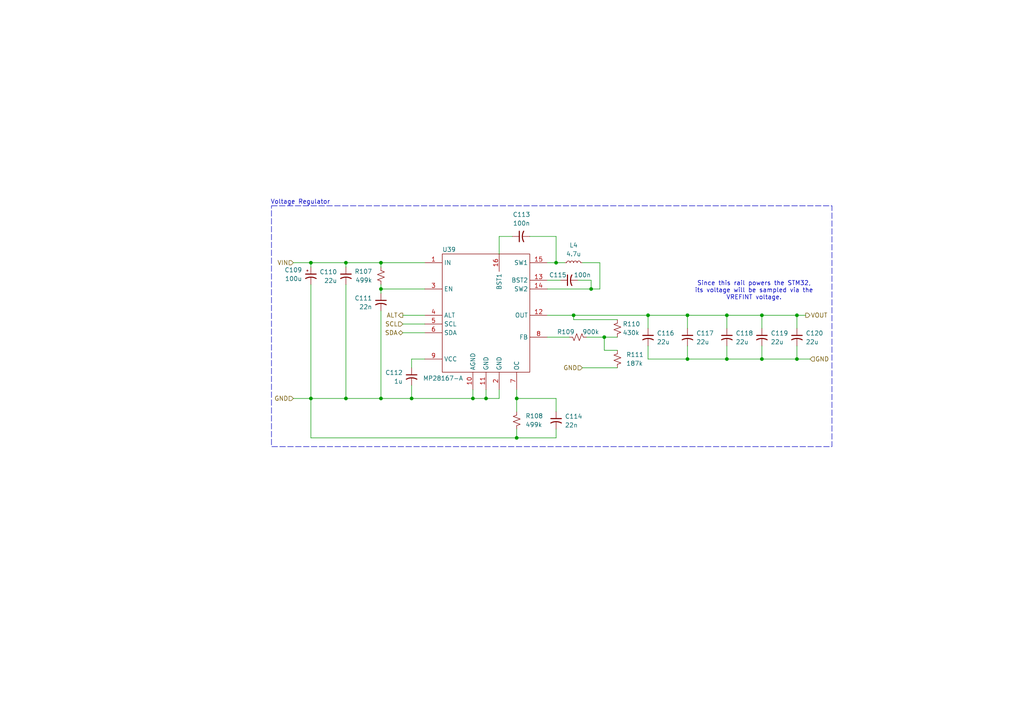
<source format=kicad_sch>
(kicad_sch (version 20250114) (generator "eeschema") (generator_version "9.0")
  (paper "A4")
  (title_block (title "OSUSat CubeSat EPS") (date "2025-08-22") (rev "1") (company "SCRT"))
  (lib_symbols
    (symbol "Device:C_Polarized_Small_US" (pin_numbers (hide yes)) (pin_names (offset 0.254) (hide yes))
      (property "Reference" "C" (at 0.254 1.778 0))
      (property "Value" "C_Polarized_Small_US" (at 0.254 -2.032 0))
      (symbol "C_Polarized_Small_US_0_1"
        (polyline (pts (xy -1.524 0.508) (xy 1.524 0.508)) (stroke (width 0.3048)))
        (polyline (pts (xy -1.27 1.524) (xy -0.762 1.524)))
        (polyline (pts (xy -1.016 1.27) (xy -1.016 1.778)))
        (arc (start -1.524 -0.762) (mid 0 -0.3734) (end 1.524 -0.762) (stroke (width 0.3048)))
      )
      (symbol "C_Polarized_Small_US_1_1"
        (pin passive line (at 0 2.54 270) (length 2.032) (name "~") (number "1"))
        (pin passive line (at 0 -2.54 90) (length 2.032) (name "~") (number "2"))
      )
    )
    (symbol "Device:C_Small_US" (pin_numbers (hide yes)) (pin_names (offset 0.254) (hide yes))
      (property "Reference" "C" (at 0.254 1.778 0))
      (property "Value" "C_Small_US" (at 0.254 -2.032 0))
      (symbol "C_Small_US_0_1"
        (polyline (pts (xy -1.524 0.508) (xy 1.524 0.508)) (stroke (width 0.3048)))
        (arc (start -1.524 -0.762) (mid 0 -0.3734) (end 1.524 -0.762) (stroke (width 0.3048)))
      )
      (symbol "C_Small_US_1_1"
        (pin passive line (at 0 2.54 270) (length 2.032) (name "~") (number "1"))
        (pin passive line (at 0 -2.54 90) (length 2.032) (name "~") (number "2"))
      )
    )
    (symbol "Device:L_Small" (pin_numbers (hide yes)) (pin_names (offset 0.254) (hide yes))
      (property "Reference" "L" (at 0.762 1.016 0))
      (property "Value" "L_Small" (at 0.762 -1.016 0))
      (symbol "L_Small_0_1"
        (arc (start 0 2.032) (mid 0.5058 1.524) (end 0 1.016))
        (arc (start 0 1.016) (mid 0.5058 0.508) (end 0 0))
        (arc (start 0 0) (mid 0.5058 -0.508) (end 0 -1.016))
        (arc (start 0 -1.016) (mid 0.5058 -1.524) (end 0 -2.032))
      )
      (symbol "L_Small_1_1"
        (pin passive line (at 0 2.54 270) (length 0.508) (name "~") (number "1"))
        (pin passive line (at 0 -2.54 90) (length 0.508) (name "~") (number "2"))
      )
    )
    (symbol "Device:R_Small_US" (pin_numbers (hide yes)) (pin_names (offset 0.254) (hide yes))
      (property "Reference" "R" (at 0.762 0.508 0))
      (property "Value" "R_Small_US" (at 0.762 -1.016 0))
      (symbol "R_Small_US_1_1"
        (polyline (pts (xy 0 1.524) (xy 1.016 1.143) (xy 0 0.762) (xy -1.016 0.381) (xy 0 0)))
        (polyline (pts (xy 0 0) (xy 1.016 -0.381) (xy 0 -0.762) (xy -1.016 -1.143) (xy 0 -1.524)))
        (pin passive line (at 0 2.54 270) (length 1.016) (name "~") (number "1"))
        (pin passive line (at 0 -2.54 90) (length 1.016) (name "~") (number "2"))
      )
    )
    (symbol "EPS:MP28167-A"
      (property "Reference" "U" (at -12.446 19.05 0))
      (property "Value" "MP28167-A" (at -13.462 -18.542 0))
      (symbol "MP28167-A_0_1"
        (rectangle (start -12.7 17.78) (end 12.7 -16.51))
      )
      (symbol "MP28167-A_1_1"
        (pin power_in line (at -17.78 15.24 0) (length 5.08) (name "IN") (number "1"))
        (pin input line (at -17.78 7.62 0) (length 5.08) (name "EN") (number "3"))
        (pin output line (at -17.78 0 0) (length 5.08) (name "ALT") (number "4"))
        (pin input line (at -17.78 -2.54 0) (length 5.08) (name "SCL") (number "5"))
        (pin bidirectional line (at -17.78 -5.08 0) (length 5.08) (name "SDA") (number "6"))
        (pin power_out line (at -17.78 -12.7 0) (length 5.08) (name "VCC") (number "9"))
        (pin power_in line (at -3.81 -21.59 90) (length 5.08) (name "AGND") (number "10"))
        (pin power_in line (at 0 -21.59 90) (length 5.08) (name "GND") (number "11"))
        (pin passive line (at 3.81 17.78 270) (length 5.08) (name "BST1") (number "16"))
        (pin power_in line (at 3.81 -21.59 90) (length 5.08) (name "GND") (number "2"))
        (pin input line (at 8.89 -21.59 90) (length 5.08) (name "OC") (number "7"))
        (pin passive line (at 17.78 15.24 180) (length 5.08) (name "SW1") (number "15"))
        (pin passive line (at 17.78 10.16 180) (length 5.08) (name "BST2") (number "13"))
        (pin passive line (at 17.78 7.62 180) (length 5.08) (name "SW2") (number "14"))
        (pin power_out line (at 17.78 0 180) (length 5.08) (name "OUT") (number "12"))
        (pin input line (at 17.78 -6.35 180) (length 5.08) (name "FB") (number "8"))
      )
    )
  )
  (rectangle (start 78.74 59.69) (end 241.3 129.54) (stroke (width 0) (type dash)))
  (text "Since this rail powers the STM32,\nits voltage will be sampled via the\nVREFINT voltage." (at 218.694 84.328 0) (effects (font (size 1.27 1.27))))
  (text "Voltage Regulator" (at 87.122 58.674 0) (effects (font (size 1.27 1.27))))
  (junction (at 171.45 83.82))
  (junction (at 149.86 127))
  (junction (at 161.29 76.2))
  (junction (at 137.16 115.57))
  (junction (at 210.82 91.44))
  (junction (at 149.86 115.57))
  (junction (at 166.37 91.44))
  (junction (at 119.38 115.57))
  (junction (at 231.14 91.44))
  (junction (at 110.49 83.82))
  (junction (at 140.97 115.57))
  (junction (at 110.49 76.2))
  (junction (at 220.98 91.44))
  (junction (at 187.96 91.44))
  (junction (at 90.17 115.57))
  (junction (at 210.82 104.14))
  (junction (at 90.17 76.2))
  (junction (at 175.26 97.79))
  (junction (at 199.39 104.14))
  (junction (at 110.49 115.57))
  (junction (at 100.33 115.57))
  (junction (at 231.14 104.14))
  (junction (at 100.33 76.2))
  (junction (at 220.98 104.14))
  (junction (at 199.39 91.44))
  (wire (pts (xy 158.75 81.28) (xy 162.56 81.28)))
  (wire (pts (xy 90.17 115.57) (xy 90.17 127)))
  (wire (pts (xy 220.98 91.44) (xy 220.98 95.25)))
  (wire (pts (xy 167.64 81.28) (xy 171.45 81.28)))
  (wire (pts (xy 110.49 83.82) (xy 110.49 85.09)))
  (wire (pts (xy 100.33 82.55) (xy 100.33 115.57)))
  (wire (pts (xy 137.16 113.03) (xy 137.16 115.57)))
  (wire (pts (xy 187.96 100.33) (xy 187.96 104.14)))
  (wire (pts (xy 110.49 83.82) (xy 123.19 83.82)))
  (wire (pts (xy 187.96 91.44) (xy 187.96 95.25)))
  (wire (pts (xy 158.75 91.44) (xy 166.37 91.44)))
  (wire (pts (xy 140.97 113.03) (xy 140.97 115.57)))
  (wire (pts (xy 158.75 76.2) (xy 161.29 76.2)))
  (wire (pts (xy 220.98 100.33) (xy 220.98 104.14)))
  (wire (pts (xy 90.17 76.2) (xy 90.17 77.47)))
  (wire (pts (xy 149.86 127) (xy 161.29 127)))
  (wire (pts (xy 199.39 104.14) (xy 210.82 104.14)))
  (wire (pts (xy 166.37 91.44) (xy 166.37 92.71)))
  (wire (pts (xy 166.37 91.44) (xy 187.96 91.44)))
  (wire (pts (xy 161.29 124.46) (xy 161.29 127)))
  (wire (pts (xy 119.38 115.57) (xy 137.16 115.57)))
  (wire (pts (xy 144.78 68.58) (xy 148.59 68.58)))
  (wire (pts (xy 149.86 124.46) (xy 149.86 127)))
  (wire (pts (xy 153.67 68.58) (xy 161.29 68.58)))
  (wire (pts (xy 119.38 104.14) (xy 123.19 104.14)))
  (wire (pts (xy 161.29 115.57) (xy 161.29 119.38)))
  (wire (pts (xy 231.14 104.14) (xy 234.95 104.14)))
  (wire (pts (xy 144.78 73.66) (xy 144.78 68.58)))
  (wire (pts (xy 166.37 92.71) (xy 179.07 92.71)))
  (wire (pts (xy 110.49 115.57) (xy 100.33 115.57)))
  (wire (pts (xy 170.18 97.79) (xy 175.26 97.79)))
  (wire (pts (xy 110.49 76.2) (xy 123.19 76.2)))
  (wire (pts (xy 110.49 115.57) (xy 119.38 115.57)))
  (wire (pts (xy 210.82 100.33) (xy 210.82 104.14)))
  (wire (pts (xy 175.26 101.6) (xy 179.07 101.6)))
  (wire (pts (xy 110.49 76.2) (xy 110.49 77.47)))
  (wire (pts (xy 116.84 96.52) (xy 123.19 96.52)))
  (wire (pts (xy 149.86 113.03) (xy 149.86 115.57)))
  (wire (pts (xy 90.17 76.2) (xy 100.33 76.2)))
  (wire (pts (xy 119.38 106.68) (xy 119.38 104.14)))
  (wire (pts (xy 168.91 106.68) (xy 179.07 106.68)))
  (wire (pts (xy 116.84 91.44) (xy 123.19 91.44)))
  (wire (pts (xy 175.26 97.79) (xy 179.07 97.79)))
  (wire (pts (xy 100.33 76.2) (xy 100.33 77.47)))
  (wire (pts (xy 187.96 104.14) (xy 199.39 104.14)))
  (wire (pts (xy 144.78 113.03) (xy 144.78 115.57)))
  (wire (pts (xy 158.75 83.82) (xy 171.45 83.82)))
  (wire (pts (xy 110.49 82.55) (xy 110.49 83.82)))
  (wire (pts (xy 210.82 104.14) (xy 220.98 104.14)))
  (wire (pts (xy 100.33 115.57) (xy 90.17 115.57)))
  (wire (pts (xy 85.09 76.2) (xy 90.17 76.2)))
  (wire (pts (xy 171.45 81.28) (xy 171.45 83.82)))
  (wire (pts (xy 161.29 68.58) (xy 161.29 76.2)))
  (wire (pts (xy 199.39 91.44) (xy 210.82 91.44)))
  (wire (pts (xy 144.78 115.57) (xy 140.97 115.57)))
  (wire (pts (xy 199.39 91.44) (xy 199.39 95.25)))
  (wire (pts (xy 110.49 90.17) (xy 110.49 115.57)))
  (wire (pts (xy 231.14 100.33) (xy 231.14 104.14)))
  (wire (pts (xy 173.99 76.2) (xy 173.99 83.82)))
  (wire (pts (xy 119.38 111.76) (xy 119.38 115.57)))
  (wire (pts (xy 199.39 100.33) (xy 199.39 104.14)))
  (wire (pts (xy 161.29 76.2) (xy 163.83 76.2)))
  (wire (pts (xy 220.98 91.44) (xy 231.14 91.44)))
  (wire (pts (xy 149.86 115.57) (xy 149.86 119.38)))
  (wire (pts (xy 175.26 97.79) (xy 175.26 101.6)))
  (wire (pts (xy 149.86 127) (xy 90.17 127)))
  (wire (pts (xy 116.84 93.98) (xy 123.19 93.98)))
  (wire (pts (xy 149.86 115.57) (xy 161.29 115.57)))
  (wire (pts (xy 231.14 95.25) (xy 231.14 91.44)))
  (wire (pts (xy 210.82 91.44) (xy 210.82 95.25)))
  (wire (pts (xy 220.98 104.14) (xy 231.14 104.14)))
  (wire (pts (xy 187.96 91.44) (xy 199.39 91.44)))
  (wire (pts (xy 210.82 91.44) (xy 220.98 91.44)))
  (wire (pts (xy 100.33 76.2) (xy 110.49 76.2)))
  (wire (pts (xy 158.75 97.79) (xy 165.1 97.79)))
  (wire (pts (xy 173.99 83.82) (xy 171.45 83.82)))
  (wire (pts (xy 231.14 91.44) (xy 233.68 91.44)))
  (wire (pts (xy 90.17 82.55) (xy 90.17 115.57)))
  (wire (pts (xy 168.91 76.2) (xy 173.99 76.2)))
  (wire (pts (xy 90.17 115.57) (xy 85.09 115.57)))
  (wire (pts (xy 140.97 115.57) (xy 137.16 115.57)))
  (hierarchical_label "ALT" (shape output) (at 116.84 91.44 180))
  (hierarchical_label "GND" (shape input) (at 234.95 104.14 0))
  (hierarchical_label "SCL" (shape input) (at 116.84 93.98 180))
  (hierarchical_label "GND" (shape input) (at 168.91 106.68 180))
  (hierarchical_label "VOUT" (shape output) (at 233.68 91.44 0))
  (hierarchical_label "SDA" (shape bidirectional) (at 116.84 96.52 180))
  (hierarchical_label "VIN" (shape input) (at 85.09 76.2 180))
  (hierarchical_label "GND" (shape input) (at 85.09 115.57 180))
  (symbol (lib_id "EPS:MP28167-A") (at 140.97 91.44 0) (unit 1)
    (property "Reference" "U39" (at 128.27 72.39 0) (effects (justify left)))
    (property "Value" "MP28167-A" (at 122.682 109.728 0) (effects (justify left)))
    (property "Footprint" "Package_DFN_QFN:MPS_QFN-16_3x3mm_P0.5mm" (effects (hide yes)))
  )
  (symbol (lib_id "Device:R_Small_US") (at 167.64 97.79 90) (mirror x) (unit 1)
    (property "Reference" "R109" (at 161.544 96.266 90) (effects (justify right)))
    (property "Value" "900k" (at 168.91 96.266 90) (effects (justify right)))
    (property "Footprint" "Resistor_SMD:R_0603_1608Metric" (effects (hide yes)))
    (property "Description" "Resistor, small US symbol" (effects (hide yes)))
  )
  (symbol (lib_id "Device:C_Small_US") (at 220.98 97.79 0) (unit 1)
    (property "Reference" "C119" (at 223.52 96.6469 0) (effects (justify left)))
    (property "Value" "22u" (at 223.52 99.1869 0) (effects (justify left)))
    (property "Footprint" "Capacitor_SMD:C_0603_1608Metric" (effects (hide yes)))
    (property "Description" "capacitor, small US symbol" (effects (hide yes)))
  )
  (symbol (lib_id "Device:C_Small_US") (at 161.29 121.92 0) (mirror y) (unit 1)
    (property "Reference" "C114" (at 163.83 120.7769 0) (effects (justify right)))
    (property "Value" "22n" (at 163.83 123.3169 0) (effects (justify right)))
    (property "Footprint" "Capacitor_SMD:C_0603_1608Metric" (effects (hide yes)))
    (property "Description" "capacitor, small US symbol" (effects (hide yes)))
  )
  (symbol (lib_id "Device:C_Small_US") (at 119.38 109.22 0) (unit 1)
    (property "Reference" "C112" (at 116.84 108.0769 0) (effects (justify right)))
    (property "Value" "1u" (at 116.84 110.6169 0) (effects (justify right)))
    (property "Footprint" "Capacitor_SMD:C_0603_1608Metric" (effects (hide yes)))
    (property "Description" "capacitor, small US symbol" (effects (hide yes)))
  )
  (symbol (lib_id "Device:C_Small_US") (at 151.13 68.58 90) (unit 1)
    (property "Reference" "C113" (at 151.257 62.23 90))
    (property "Value" "100n" (at 151.257 64.77 90))
    (property "Footprint" "Capacitor_SMD:C_0603_1608Metric" (effects (hide yes)))
    (property "Description" "capacitor, small US symbol" (effects (hide yes)))
  )
  (symbol (lib_id "Device:L_Small") (at 166.37 76.2 90) (unit 1)
    (property "Reference" "L4" (at 166.37 71.12 90))
    (property "Value" "4.7u" (at 166.37 73.66 90))
    (property "Footprint" "Inductor_SMD:L_Vishay_IHLP-2020" (effects (hide yes)))
    (property "Description" "Inductor, small symbol" (effects (hide yes)))
  )
  (symbol (lib_id "Device:C_Small_US") (at 231.14 97.79 0) (unit 1)
    (property "Reference" "C120" (at 233.68 96.6469 0) (effects (justify left)))
    (property "Value" "22u" (at 233.68 99.1869 0) (effects (justify left)))
    (property "Footprint" "Capacitor_SMD:C_0603_1608Metric" (effects (hide yes)))
    (property "Description" "capacitor, small US symbol" (effects (hide yes)))
  )
  (symbol (lib_id "Device:R_Small_US") (at 179.07 95.25 0) (mirror y) (unit 1)
    (property "Reference" "R110" (at 180.594 93.98 0) (effects (justify right)))
    (property "Value" "430k" (at 180.594 96.52 0) (effects (justify right)))
    (property "Footprint" "Resistor_SMD:R_0603_1608Metric" (effects (hide yes)))
    (property "Description" "Resistor, small US symbol" (effects (hide yes)))
  )
  (symbol (lib_id "Device:C_Small_US") (at 199.39 97.79 0) (unit 1)
    (property "Reference" "C117" (at 201.93 96.6469 0) (effects (justify left)))
    (property "Value" "22u" (at 201.93 99.1869 0) (effects (justify left)))
    (property "Footprint" "Capacitor_SMD:C_0603_1608Metric" (effects (hide yes)))
    (property "Description" "capacitor, small US symbol" (effects (hide yes)))
  )
  (symbol (lib_id "Device:C_Small_US") (at 187.96 97.79 0) (unit 1)
    (property "Reference" "C116" (at 190.5 96.6469 0) (effects (justify left)))
    (property "Value" "22u" (at 190.5 99.1869 0) (effects (justify left)))
    (property "Footprint" "Capacitor_SMD:C_0603_1608Metric" (effects (hide yes)))
    (property "Description" "capacitor, small US symbol" (effects (hide yes)))
  )
  (symbol (lib_id "Device:C_Small_US") (at 110.49 87.63 0) (unit 1)
    (property "Reference" "C111" (at 107.95 86.4869 0) (effects (justify right)))
    (property "Value" "22n" (at 107.95 89.0269 0) (effects (justify right)))
    (property "Footprint" "Capacitor_SMD:C_0603_1608Metric" (effects (hide yes)))
    (property "Description" "capacitor, small US symbol" (effects (hide yes)))
  )
  (symbol (lib_id "Device:C_Small_US") (at 100.33 80.01 0) (unit 1)
    (property "Reference" "C110" (at 97.79 78.8669 0) (effects (justify right)))
    (property "Value" "22u" (at 97.79 81.4069 0) (effects (justify right)))
    (property "Footprint" "Capacitor_SMD:C_0603_1608Metric" (effects (hide yes)))
    (property "Description" "capacitor, small US symbol" (effects (hide yes)))
  )
  (symbol (lib_id "Device:R_Small_US") (at 179.07 104.14 0) (mirror y) (unit 1)
    (property "Reference" "R111" (at 181.61 102.8699 0) (effects (justify right)))
    (property "Value" "187k" (at 181.61 105.4099 0) (effects (justify right)))
    (property "Footprint" "Resistor_SMD:R_0603_1608Metric" (effects (hide yes)))
    (property "Description" "Resistor, small US symbol" (effects (hide yes)))
  )
  (symbol (lib_id "Device:C_Small_US") (at 210.82 97.79 0) (unit 1)
    (property "Reference" "C118" (at 213.36 96.6469 0) (effects (justify left)))
    (property "Value" "22u" (at 213.36 99.1869 0) (effects (justify left)))
    (property "Footprint" "Capacitor_SMD:C_0603_1608Metric" (effects (hide yes)))
    (property "Description" "capacitor, small US symbol" (effects (hide yes)))
  )
  (symbol (lib_id "Device:C_Polarized_Small_US") (at 90.17 80.01 0) (unit 1)
    (property "Reference" "C109" (at 87.63 78.3081 0) (effects (justify right)))
    (property "Value" "100u" (at 87.63 80.8481 0) (effects (justify right)))
    (property "Footprint" "Capacitor_Tantalum_SMD:CP_EIA-3216-18_Kemet-A" (effects (hide yes)))
    (property "Description" "Polarized capacitor, small US symbol" (effects (hide yes)))
  )
  (symbol (lib_id "Device:R_Small_US") (at 110.49 80.01 0) (unit 1)
    (property "Reference" "R107" (at 107.95 78.7399 0) (effects (justify right)))
    (property "Value" "499k" (at 107.95 81.2799 0) (effects (justify right)))
    (property "Footprint" "Resistor_SMD:R_0603_1608Metric" (effects (hide yes)))
    (property "Description" "Resistor, small US symbol" (effects (hide yes)))
  )
  (symbol (lib_id "Device:C_Small_US") (at 165.1 81.28 90) (unit 1)
    (property "Reference" "C115" (at 161.798 79.756 90))
    (property "Value" "100n" (at 168.91 79.756 90))
    (property "Footprint" "Capacitor_SMD:C_0603_1608Metric" (effects (hide yes)))
    (property "Description" "capacitor, small US symbol" (effects (hide yes)))
  )
  (symbol (lib_id "Device:R_Small_US") (at 149.86 121.92 0) (mirror y) (unit 1)
    (property "Reference" "R108" (at 152.4 120.6499 0) (effects (justify right)))
    (property "Value" "499k" (at 152.4 123.1899 0) (effects (justify right)))
    (property "Footprint" "Resistor_SMD:R_0603_1608Metric" (effects (hide yes)))
    (property "Description" "Resistor, small US symbol" (effects (hide yes)))
  )
)
</source>
